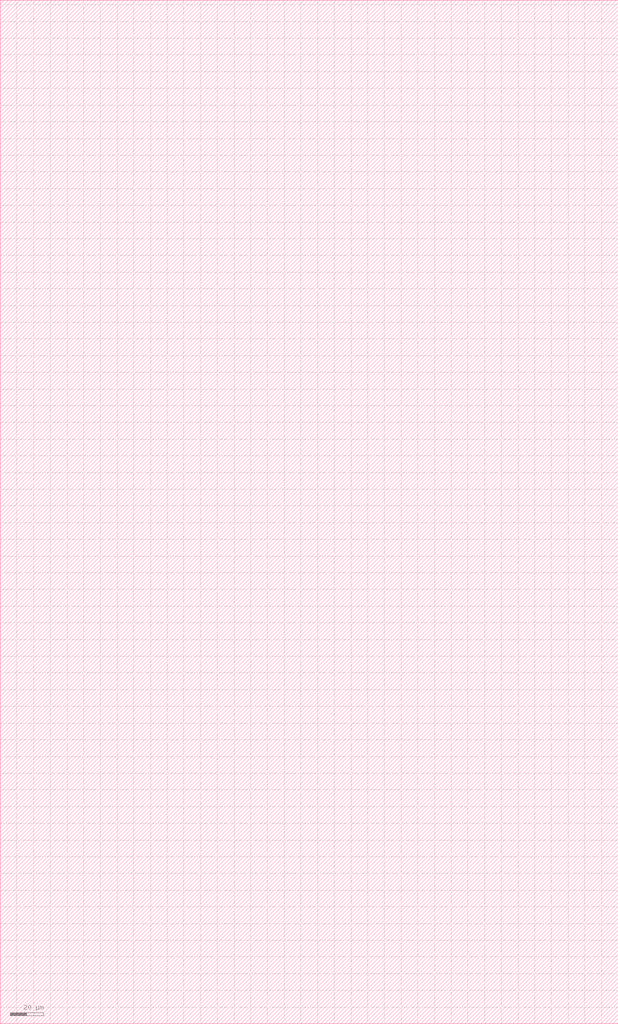
<source format=lef>
MACRO MAS1901
     SIZE 37.800 BY 210.600 ;
END MAS1901

MACRO MAS1902
     SIZE 37.800 BY 210.600 ;
END MAS1902

MACRO MAS1903
     SIZE 37.800 BY 225.900 ;
END MAS1903

MACRO MAS1904
     SIZE 370.000 BY 612.900 ;
END MAS1904

MACRO MAS1905
     SIZE 64.600 BY 266.400 ;
END MAS1905

MACRO MAS1906
     SIZE 56.700 BY 59.400 ;
END MAS1906

MACRO MAS1907
     SIZE 37.800 BY 210.600 ;
END MAS1907

MACRO MAS1908
     SIZE 37.800 BY 216.900 ;
END MAS1908

MACRO MAS1909
     SIZE 37.800 BY 216.900 ;
END MAS1909

MACRO MAS1910
     SIZE 12.600 BY 210.600 ;
END MAS1910

MACRO MAS1911
     SIZE 12.600 BY 210.600 ;
END MAS1911

MACRO MAS1912
     SIZE 18.900 BY 113.400 ;
END MAS1912

MACRO MAS1913
     SIZE 22.200 BY 210.600 ;
END MAS1913

MACRO MAS1914
     SIZE 245.600 BY 280.800 ;
END MAS1914

MACRO MAS1915
     SIZE 54.600 BY 68.400 ;
END MAS1915

MACRO MAS1916
     SIZE 34.100 BY 36.900 ;
END MAS1916

MACRO MAS1917
     SIZE 54.600 BY 68.400 ;
END MAS1917

MACRO MAS1918
     SIZE 22.200 BY 210.600 ;
END MAS1918

MACRO MAS1919
     SIZE 18.900 BY 113.400 ;
END MAS1919

MACRO MAS1920
     SIZE 77.900 BY 265.500 ;
END MAS1920

MACRO MAS1921
     SIZE 77.900 BY 265.500 ;
END MAS1921

MACRO MAS1922
     SIZE 77.900 BY 265.500 ;
END MAS1922

MACRO MAS1924
     SIZE 34.100 BY 36.900 ;
END MAS1924

MACRO MAS1925
     SIZE 34.100 BY 36.900 ;
END MAS1925

MACRO MAS1926
     SIZE 29.200 BY 36.000 ;
END MAS1926

MACRO MAS1927
     SIZE 71.600 BY 81.900 ;
END MAS1927

MACRO MAS1928
     SIZE 53.200 BY 765.000 ;
END MAS1928

MACRO MAS1929
     SIZE 53.200 BY 765.000 ;
END MAS1929

MACRO MAS1930
     SIZE 29.200 BY 36.000 ;
END MAS1930

MACRO MAS1931
     SIZE 31.500 BY 240.300 ;
END MAS1931

MACRO MAS1933
     SIZE 37.800 BY 225.900 ;
END MAS1933

MACRO MAS1939
     SIZE 7.300 BY 7.200 ;
END MAS1939

MACRO MAS1940
     SIZE 7.300 BY 7.200 ;
END MAS1940

END LIBRARY

</source>
